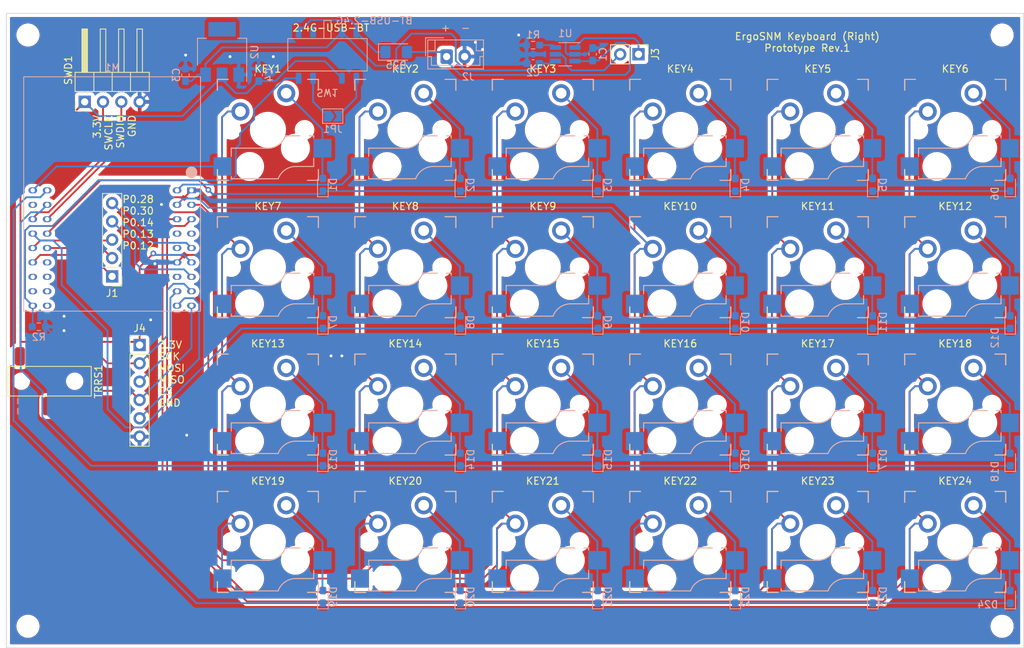
<source format=kicad_pcb>
(kicad_pcb (version 20211014) (generator pcbnew)
  (layers (0 "F.Cu" signal) (31 "B.Cu" signal) (34 "B.Paste" user) (35 "F.Paste" user) (36 "B.SilkS" user "B.Silkscreen") (37 "F.SilkS" user "F.Silkscreen") (38 "B.Mask" user) (39 "F.Mask" user) (44 "Edge.Cuts" user))
  (net 0 "")
  (net 1 "/Vcc_BATT")
  (net 2 "GND")
  (net 3 "/Row_0")
  (net 4 "Net-(D1-Pad2)")
  (net 5 "/Row_1")
  (net 6 "Net-(D2-Pad2)")
  (net 7 "/Row_2")
  (net 8 "Net-(D3-Pad2)")
  (net 9 "/Row_3")
  (net 10 "Net-(D4-Pad2)")
  (net 11 "Net-(D5-Pad2)")
  (net 12 "Net-(D6-Pad2)")
  (net 13 "Net-(D7-Pad2)")
  (net 14 "Net-(D8-Pad2)")
  (net 15 "Net-(D9-Pad2)")
  (net 16 "Net-(D10-Pad2)")
  (net 17 "Net-(D11-Pad2)")
  (net 18 "Net-(D12-Pad2)")
  (net 19 "Net-(D13-Pad2)")
  (net 20 "Net-(D14-Pad2)")
  (net 21 "Net-(D15-Pad2)")
  (net 22 "Net-(D16-Pad2)")
  (net 23 "Net-(D17-Pad2)")
  (net 24 "Net-(D18-Pad2)")
  (net 25 "Net-(D19-Pad2)")
  (net 26 "Net-(D20-Pad2)")
  (net 27 "Net-(D22-Pad2)")
  (net 28 "Net-(D23-Pad2)")
  (net 29 "Net-(D24-Pad2)")
  (net 30 "Net-(J1-Pad1)")
  (net 31 "Net-(J1-Pad2)")
  (net 32 "Net-(J1-Pad3)")
  (net 33 "Net-(J1-Pad4)")
  (net 34 "Net-(J1-Pad5)")
  (net 35 "+3V3")
  (net 36 "/SCK_nRF5")
  (net 37 "/MOSI_nRF5")
  (net 38 "/MISO_nRF5")
  (net 39 "/CS_nRF5")
  (net 40 "Net-(JP1-Pad1)")
  (net 41 "/Vcc_Bluefruit")
  (net 42 "/Col_0")
  (net 43 "/Col_1")
  (net 44 "/Col_2")
  (net 45 "/Col_3")
  (net 46 "/Col_4")
  (net 47 "/Col_5")
  (net 48 "/2.4GHz_Enable")
  (net 49 "Net-(R1-Pad1)")
  (net 54 "Net-(D21-Pad2)")
  (net 55 "Net-(D25-Pad1)")
  (net 56 "Net-(J3-Pad1)")
  (net 57 "Net-(J3-Pad2)")
  (net 68 "Net-(M1-Pad31)")
  (net 69 "Net-(M1-Pad32)")
  (net 71 "/Vin")
  (footprint "MountingHole:MountingHole_2.2mm_M2_DIN965" (layer "F.Cu") (at 62 44)
    (fp_text reference "REF**" hide)
    (fp_text value "MountingHole_2.2mm_M2_DIN965" hide)
  )
  (footprint "key-switches:MX_Switch_Gateron_socket_A" (layer "F.Cu") (at 133.35 57.15)
    (fp_text reference "KEY3")
    (fp_text value "02")
  )
  (footprint "key-switches:MX_Switch_Gateron_socket_A" (layer "F.Cu") (at 152.4 57.15)
    (fp_text reference "KEY4")
    (fp_text value "03")
  )
  (footprint "MountingHole:MountingHole_2.2mm_M2_DIN965" (layer "F.Cu") (at 62 126)
    (fp_text reference "REF**" hide)
    (fp_text value "MountingHole_2.2mm_M2_DIN965" hide)
  )
  (footprint "key-switches:MX_Switch_Gateron_socket_A" (layer "F.Cu") (at 171.45 114.3)
    (fp_text reference "KEY23")
    (fp_text value "34")
  )
  (footprint "key-switches:MX_Switch_Gateron_socket_A" (layer "F.Cu") (at 114.3 76.2)
    (fp_text reference "KEY8")
    (fp_text value "11")
  )
  (footprint "key-switches:MX_Switch_Gateron_socket_A" (layer "F.Cu") (at 95.25 95.25)
    (fp_text reference "KEY13")
    (fp_text value "20")
  )
  (footprint "MountingHole:MountingHole_2.2mm_M2_DIN965" (layer "F.Cu") (at 197 44)
    (fp_text reference "REF**" hide)
    (fp_text value "MountingHole_2.2mm_M2_DIN965" hide)
  )
  (footprint "key-switches:MX_Switch_Gateron_socket_A" (layer "F.Cu") (at 95.25 114.3)
    (fp_text reference "KEY19")
    (fp_text value "30")
  )
  (footprint "key-switches:MX_Switch_Gateron_socket_A" (layer "F.Cu") (at 171.45 95.25)
    (fp_text reference "KEY17")
    (fp_text value "24")
  )
  (footprint "MountingHole:MountingHole_2.2mm_M2_DIN965" (layer "F.Cu") (at 197 126)
    (fp_text reference "REF**" hide)
    (fp_text value "MountingHole_2.2mm_M2_DIN965" hide)
  )
  (footprint "Connector_PinHeader_2.54mm:PinHeader_1x06_P2.54mm_Vertical" (layer "F.Cu") (at 77.47 86.995)
    (fp_text reference "J4")
    (fp_text value "Conn_01x06")
  )
  (footprint "key-switches:MX_Switch_Gateron_socket_A" (layer "F.Cu") (at 114.3 114.3)
    (fp_text reference "KEY20")
    (fp_text value "31")
  )
  (footprint "key-switches:MX_Switch_Gateron_socket_A" (layer "F.Cu") (at 95.25 76.2)
    (fp_text reference "KEY7")
    (fp_text value "10")
  )
  (footprint "key-switches:MX_Switch_Gateron_socket_A" (layer "F.Cu") (at 152.4 76.2)
    (fp_text reference "KEY10")
    (fp_text value "13")
  )
  (footprint "Connector_PinHeader_2.54mm:PinHeader_1x05_P2.54mm_Vertical" (layer "F.Cu") (at 73.66 77.47 180)
    (fp_text reference "J1")
    (fp_text value "Conn_01x05")
  )
  (footprint "key-switches:MX_Switch_Gateron_socket_A" (layer "F.Cu") (at 152.4 114.3)
    (fp_text reference "KEY22")
    (fp_text value "33")
  )
  (footprint "key-switches:MX_Switch_Gateron_socket_A" (layer "F.Cu") (at 190.5 76.2)
    (fp_text reference "KEY12")
    (fp_text value "15")
  )
  (footprint "key-switches:MX_Switch_Gateron_socket_A" (layer "F.Cu") (at 133.35 114.3)
    (fp_text reference "KEY21")
    (fp_text value "32")
  )
  (footprint "Connector_PinHeader_2.54mm:PinHeader_1x02_P2.54mm_Vertical" (layer "F.Cu") (at 146.61 46.67 -90)
    (fp_text reference "J3")
    (fp_text value "Conn_01x02")
  )
  (footprint "key-switches:MX_Switch_Gateron_socket_A" (layer "F.Cu") (at 171.45 76.2)
    (fp_text reference "KEY11")
    (fp_text value "14")
  )
  (footprint "key-switches:MX_Switch_Gateron_socket_A" (layer "F.Cu") (at 190.5 95.25)
    (fp_text reference "KEY18")
    (fp_text value "25")
  )
  (footprint "Connector_PinHeader_2.54mm:PinHeader_1x04_P2.54mm_Horizontal" (layer "F.Cu") (at 69.86 53.27 90)
    (fp_text reference "SWD1")
    (fp_text value "Conn_01x04")
  )
  (footprint "key-switches:MX_Switch_Gateron_socket_A" (layer "F.Cu") (at 95.25 57.15)
    (fp_text reference "KEY1")
    (fp_text value "00")
  )
  (footprint "key-switches:MX_Switch_Gateron_socket_A" (layer "F.Cu") (at 152.4 95.25)
    (fp_text reference "KEY16")
    (fp_text value "23")
  )
  (footprint "key-switches:MX_Switch_Gateron_socket_A" (layer "F.Cu") (at 190.5 114.3)
    (fp_text reference "KEY24")
    (fp_text value "35")
  )
  (footprint "key-switches:MX_Switch_Gateron_socket_A" (layer "F.Cu") (at 114.3 57.15)
    (fp_text reference "KEY2")
    (fp_text value "01")
  )
  (footprint "key-switches:MX_Switch_Gateron_socket_A" (layer "F.Cu") (at 171.45 57.15)
    (fp_text reference "KEY5")
    (fp_text value "04")
  )
  (footprint "key-switches:MX_Switch_Gateron_socket_A" (layer "F.Cu") (at 133.35 95.25)
    (fp_text reference "KEY15")
    (fp_text value "22")
  )
  (footprint "key-switches:MX_Switch_Gateron_socket_A" (layer "F.Cu") (at 133.35 76.2)
    (fp_text reference "KEY9")
    (fp_text value "12")
  )
  (footprint "key-switches:MX_Switch_Gateron_socket_A" (layer "F.Cu") (at 114.3 95.25)
    (fp_text reference "KEY14")
    (fp_text value "21")
  )
  (footprint "key-switches:MX_Switch_Gateron_socket_A" (layer "F.Cu") (at 190.5 57.15)
    (fp_text reference "KEY6")
    (fp_text value "05")
  )
  (footprint "ErgoSNM_Keybaord:PJ-393" (layer "F.Cu") (at 58.971729 95.460872)
    (fp_text reference "TRRS1")
    (fp_text value "PJ-393_TRRS_8P")
  )
  (footprint "Capacitor_SMD:C_0603_1608Metric_Pad1.08x0.95mm_HandSolder" (layer "B.Cu") (at 140.255 46.67 90)
    (fp_text reference "C1")
    (fp_text value "10uF")
  )
  (footprint "Diode_SMD:D_0603_1608Metric_Pad1.05x0.95mm_HandSolder" (layer "B.Cu") (at 179.07 83.82 90)
    (fp_text reference "D11")
    (fp_text value "1N4148")
  )
  (footprint "Diode_SMD:D_0603_1608Metric_Pad1.05x0.95mm_HandSolder" (layer "B.Cu") (at 160.02 64.77 90)
    (fp_text reference "D4")
    (fp_text value "1N4148")
  )
  (footprint "Diode_SMD:D_0603_1608Metric_Pad1.05x0.95mm_HandSolder" (layer "B.Cu") (at 121.92 102.87 90)
    (fp_text reference "D14")
    (fp_text value "1N4148")
  )
  (footprint "Diode_SMD:D_0603_1608Metric_Pad1.05x0.95mm_HandSolder" (layer "B.Cu") (at 198.12 83.82 90)
    (fp_text reference "D12")
    (fp_text value "1N4148")
  )
  (footprint "Diode_SMD:D_0603_1608Metric_Pad1.05x0.95mm_HandSolder" (layer "B.Cu") (at 198.12 102.87 90)
    (fp_text reference "D18")
    (fp_text value "1N4148")
  )
  (footprint "Connector_JST:JST_EH_B2B-EH-A_1x02_P2.50mm_Vertical" (layer "B.Cu") (at 120.015 46.99)
    (fp_text reference "J2")
    (fp_text value "Conn_01x02")
  )
  (footprint "Diode_SMD:D_0603_1608Metric_Pad1.05x0.95mm_HandSolder" (layer "B.Cu") (at 140.97 64.77 90)
    (fp_text reference "D3")
    (fp_text value "1N4148")
  )
  (footprint "Diode_SMD:D_0603_1608Metric_Pad1.05x0.95mm_HandSolder" (layer "B.Cu") (at 160.02 83.82 90)
    (fp_text reference "D10")
    (fp_text value "1N4148")
  )
  (footprint "Diode_SMD:D_0603_1608Metric_Pad1.05x0.95mm_HandSolder" (layer "B.Cu") (at 179.07 64.77 90)
    (fp_text reference "D5")
    (fp_text value "1N4148")
  )
  (footprint "ErgoSNM_Keybaord:MSK-23D20-T" (layer "B.Cu") (at 103.505 46.99)
    (fp_text reference "SW1")
    (fp_text value "SW_2P3T")
  )
  (footprint "Diode_SMD:D_0603_1608Metric_Pad1.05x0.95mm_HandSolder" (layer "B.Cu") (at 198.12 64.77 90)
    (fp_text reference "D6")
    (fp_text value "1N4148")
  )
  (footprint "Diode_SMD:D_0603_1608Metric_Pad1.05x0.95mm_HandSolder" (layer "B.Cu") (at 179.07 102.87 90)
    (fp_text reference "D17")
    (fp_text value "1N4148")
  )
  (footprint "Diode_SMD:D_0603_1608Metric_Pad1.05x0.95mm_HandSolder" (layer "B.Cu") (at 160.02 121.92 90)
    (fp_text reference "D22")
    (fp_text value "1N4148")
  )
  (footprint "Diode_SMD:D_0603_1608Metric_Pad1.05x0.95mm_HandSolder" (layer "B.Cu") (at 198.12 121.92 90)
    (fp_text reference "D24")
    (fp_text value "1N4148")
  )
  (footprint "Diode_SMD:D_1206_3216Metric_Pad1.42x1.75mm_HandSolder" (layer "B.Cu") (at 113.03 46.355)
    (fp_text reference "D25")
    (fp_text value "1N5819")
  )
  (footprint "Diode_SMD:D_0603_1608Metric_Pad1.05x0.95mm_HandSolder" (layer "B.Cu") (at 121.92 121.92 90)
    (fp_text reference "D20")
    (fp_text value "1N4148")
  )
  (footprint "Resistor_SMD:R_0603_1608Metric_Pad0.98x0.95mm_HandSolder" (layer "B.Cu") (at 63.5 84.455)
    (fp_text reference "R2")
    (fp_text value "10k")
  )
  (footprint "Capacitor_SMD:C_0603_1608Metric_Pad1.08x0.95mm_HandSolder" (layer "B.Cu") (at 93.98 49.53 90)
    (fp_text reference "C4")
    (fp_text value "10uF")
  )
  (footprint "Package_TO_SOT_SMD:SOT-23-6_Handsoldering" (layer "B.Cu") (at 136.445 46.67 180)
    (fp_text reference "U1")
    (fp_text value "TP4057")
  )
  (footprint "ErgoSNM_Keybaord:Core51822" (layer "B.Cu") (at 73.66 73.54 -90)
    (fp_text reference "M1")
    (fp_text value "nRF51822_Core_board")
  )
  (footprint "Jumper:SolderJumper-2_P1.3mm_Open_TrianglePad1.0x1.5mm" (layer "B.Cu") (at 104.23 55.245)
    (fp_text reference "JP1")
    (fp_text value "Jumper_2_Bridged")
  )
  (footprint "Diode_SMD:D_0603_1608Metric_Pad1.05x0.95mm_HandSolder" (layer "B.Cu") (at 102.87 64.77 90)
    (fp_text reference "D1")
    (fp_text value "1N4148")
  )
  (footprint "Diode_SMD:D_0603_1608Metric_Pad1.05x0.95mm_HandSolder" (layer "B.Cu") (at 140.97 121.92 90)
    (fp_text reference "D21")
    (fp_text value "1N4148")
  )
  (footprint "Capacitor_SMD:C_0603_1608Metric_Pad1.08x0.95mm_HandSolder" (layer "B.Cu") (at 132 47.94 180)
    (fp_text reference "C2")
    (fp_text value "1uF")
  )
  (footprint "Diode_SMD:D_0603_1608Metric_Pad1.05x0.95mm_HandSolder" (layer "B.Cu") (at 102.87 121.92 90)
    (fp_text reference "D19")
    (fp_text value "1N4148")
  )
  (footprint "Diode_SMD:D_0603_1608Metric_Pad1.05x0.95mm_HandSolder" (layer "B.Cu") (at 179.07 121.92 90)
    (fp_text reference "D23")
    (fp_text value "1N4148")
  )
  (footprint "Diode_SMD:D_0603_1608Metric_Pad1.05x0.95mm_HandSolder" (layer "B.Cu") (at 121.92 83.82 90)
    (fp_text reference "D8")
    (fp_text value "1N4148")
  )
  (footprint "Diode_SMD:D_0603_1608Metric_Pad1.05x0.95mm_HandSolder" (layer "B.Cu") (at 102.87 102.87 90)
    (fp_text reference "D13")
    (fp_text value "1N4148")
  )
  (footprint "Capacitor_SMD:C_0603_1608Metric_Pad1.08x0.95mm_HandSolder" (layer "B.Cu") (at 83.82 49.53 90)
    (fp_text reference "C3")
    (fp_text value "10uF")
  )
  (footprint "Diode_SMD:D_0603_1608Metric_Pad1.05x0.95mm_HandSolder" (layer "B.Cu") (at 121.92 64.77 90)
    (fp_text reference "D2")
    (fp_text value "1N4148")
  )
  (footprint "Package_TO_SOT_SMD:SOT-223" (layer "B.Cu") (at 88.9 46.355 90)
    (fp_text reference "U2")
    (fp_text value "AMS1117-3.3V")
  )
  (footprint "Resistor_SMD:R_0603_1608Metric_Pad0.98x0.95mm_HandSolder" (layer "B.Cu") (at 132 45.4 180)
    (fp_text reference "R1")
    (fp_text value "4.7k")
  )
  (footprint "Diode_SMD:D_0603_1608Metric_Pad1.05x0.95mm_HandSolder" (layer "B.Cu") (at 102.87 83.82 90)
    (fp_text reference "D7")
    (fp_text value "1N4148")
  )
  (footprint "Diode_SMD:D_0603_1608Metric_Pad1.05x0.95mm_HandSolder" (layer "B.Cu") (at 140.97 83.82 90)
    (fp_text reference "D9")
    (fp_text value "1N4148")
  )
  (footprint "Diode_SMD:D_0603_1608Metric_Pad1.05x0.95mm_HandSolder" (layer "B.Cu") (at 160.02 102.87 90)
    (fp_text reference "D16")
    (fp_text value "1N4148")
  )
  (footprint "Diode_SMD:D_0603_1608Metric_Pad1.05x0.95mm_HandSolder" (layer "B.Cu") (at 140.97 102.87 90)
    (fp_text reference "D15")
    (fp_text value "1N4148")
  )
  (gr_rect (start 59 129) (end 200 41) (layer "Edge.Cuts") (width 0.1) (fill none))
  (gr_text "BT-USB-2.4G\n" (at 110 42) (layer "B.SilkS") (effects (font (size 1 1)) (justify mirror)))
  (gr_text "-  +" (at 121.265 43) (layer "B.SilkS") (effects (font (size 1 1)) (justify mirror)))
  (gr_text "3.3V\nSWCLK\nSWDIO\nGND" (at 74 55 90) (layer "F.SilkS") (effects (font (size 1 1)) (justify right)))
  (gr_text "P0.28\nP0.30\nP0.14\nP0.13\nP0.12" (at 75 70) (layer "F.SilkS") (effects (font (size 1 1)) (justify left)))
  (gr_text "2.4G-USB-BT\n" (at 104 43) (layer "F.SilkS") (effects (font (size 1 1))))
  (gr_text "ErgoSNM Keyboard (Right)\nPrototype Rev.1" (at 170 45) (layer "F.SilkS") (effects (font (size 1 1))))
  (gr_text "3.3V\nSCK\nMOSI\nMISO\nCS\nGND" (at 80 91) (layer "F.SilkS") (effects (font (size 1 1)) (justify left)))
  (segment (start 145.415 45.72) (end 145.415 48.895) (width 0.25) (layer "B.Cu") (net 1))
  (segment (start 144.78 45.085) (end 145.415 45.72) (width 0.25) (layer "B.Cu") (net 1))
  (segment (start 121.92 49.53) (end 120.015 47.625) (width 0.25) (layer "B.Cu") (net 1))
  (segment (start 141.0625 47.5325) (end 143.51 45.085) (width 0.25) (layer "B.Cu") (net 1))
  (segment (start 140.1675 47.62) (end 140.255 47.5325) (width 0.25) (layer "B.Cu") (net 1))
  (segment (start 140.255 47.5325) (end 141.0625 47.5325) (width 0.25) (layer "B.Cu") (net 1))
  (segment (start 114.5175 46.355) (end 119.38 46.355) (width 0.25) (layer "B.Cu") (net 1))
  (segment (start 145.415 48.895) (end 144.78 49.53) (width 0.25) (layer "B.Cu") (net 1))
  (segment (start 143.51 45.085) (end 144.78 45.085) (width 0.25) (layer "B.Cu") (net 1))
  (segment (start 144.78 49.53) (end 121.92 49.53) (width 0.25) (layer "B.Cu") (net 1))
  (segment (start 120.015 47.625) (end 120.015 46.99) (width 0.25) (layer "B.Cu") (net 1))
  (segment (start 137.795 47.62) (end 140.1675 47.62) (width 0.25) (layer "B.Cu") (net 1))
  (segment (start 119.38 46.355) (end 120.015 46.99) (width 0.25) (layer "B.Cu") (net 1))
  (segment (start 86.36 69.85) (end 85.09 68.58) (width 0.25) (layer "F.Cu") (net 2))
  (segment (start 83.7 66.5) (end 84.66 65.54) (width 0.25) (layer "F.Cu") (net 2))
  (segment (start 83.7 74.5) (end 85.559626 74.5) (width 0.25) (layer "F.Cu") (net 2))
  (segment (start 61.771729 95.460872) (end 62.335872 95.460872) (width 0.25) (layer "F.Cu") (net 2))
  (segment (start 64.05 99.695) (end 61.771729 97.416729) (width 0.25) (layer "F.Cu") (net 2))
  (segment (start 81.295 67) (end 81.795 66.5) (width 0.25) (layer "F.Cu") (net 2))
  (segment (start 81.915 68.58) (end 81.295 67.96) (width 0.25) (layer "F.Cu") (net 2))
  (segment (start 86.995 66.675) (end 87.63 66.675) (width 0.25) (layer "F.Cu") (net 2))
  (segment (start 88 66.305) (end 88 61) (width 0.25) (layer "F.Cu") (net 2))
  (segment (start 77.47 99.695) (end 64.05 99.695) (width 0.25) (layer "F.Cu") (net 2))
  (segment (start 84.66 65.54) (end 85.86 65.54) (width 0.25) (layer "F.Cu") (net 2))
  (segment (start 88 61) (end 80.27 53.27) (width 0.25) (layer "F.Cu") (net 2))
  (segment (start 86.36 73.699626) (end 86.36 69.85) (width 0.25) (layer "F.Cu") (net 2))
  (segment (start 80.27 53.27) (end 77.48 53.27) (width 0.25) (layer "F.Cu") (net 2))
  (segment (start 85.559626 74.5) (end 86.36 73.699626) (width 0.25) (layer "F.Cu") (net 2))
  (segment (start 82.66 75.54) (end 83.7 74.5) (width 0.25) (layer "F.Cu") (net 2))
  (segment (start 81.795 66.5) (end 83.7 66.5) (width 0.25) (layer "F.Cu") (net 2))
  (segment (start 85.86 65.54) (end 86.995 66.675) (width 0.25) (layer "F.Cu") (net 2))
  (segment (start 87.63 66.675) (end 88 66.305) (width 0.25) (layer "F.Cu") (net 2))
  (segment (start 61.771729 97.416729) (end 61.771729 95.460872) (width 0.25) (layer "F.Cu") (net 2))
  (segment (start 85.09 68.58) (end 81.915 68.58) (width 0.25) (layer "F.Cu") (net 2))
  (segment (start 81.295 67.96) (end 81.295 67) (width 0.25) (layer "F.Cu") (net 2))
  (via (at 90 47) (size 0.8) (drill 0.4) (layers "F.Cu" "B.Cu") (net 2))
  (via (at 96 47) (size 0.8) (drill 0.4) (layers "F.Cu" "B.Cu") (net 2))
  (via (at 80.5 67.5) (size 0.8) (drill 0.4) (layers "F.Cu" "B.Cu") (net 2))
  (via (at 83.847826 46.784778) (size 0.8) (drill 0.4) (layers "F.Cu" "B.Cu") (net 2))
  (via (at 84 99.5) (size 0.8) (drill 0.4) (layers "F.Cu" "B.Cu") (net 2))
  (via (at 67 83) (size 0.8) (drill 0.4) (layers "F.Cu" "B.Cu") (net 2))
  (via (at 125 46) (size 0.8) (drill 0.4) (layers "F.Cu" "B.Cu") (net 2))
  (via (at 130 44) (size 0.8) (drill 0.4) (layers "F.Cu" "B.Cu") (net 2))
  (via (at 79 83.5) (size 0.8) (drill 0.4) (layers "F.Cu" "B.Cu") (net 2))
  (via (at 105.5 88.5) (size 0.8) (drill 0.4) (layers "F.Cu" "B.Cu") (net 2))
  (via (at 104 88.5) (size 0.8) (drill 0.4) (layers "F.Cu" "B.Cu") (net 2))
  (via (at 124 45) (size 0.8) (drill 0.4) (layers "F.Cu" "B.Cu") (net 2))
  (via (at 79.58913 75.710867) (size 0.8) (drill 0.4) (layers "F.Cu" "B.Cu") (net 2))
  (via (at 67 85) (size 0.8) (drill 0.4) (layers "F.Cu" "B.Cu") (net 2))
  (segment (start 140.255 45.8075) (end 139.3925 46.67) (width 0.25) (layer "B.Cu") (net 2))
  (segment (start 131.1375 45.45) (end 131.0875 45.4) (width 0.25) (layer "B.Cu") (net 2))
  (segment (start 137.795 46.67) (end 136.765 46.67) (width 0.25) (layer "B.Cu") (net 2))
  (segment (start 131.0875 44.8075) (end 131.0875 45.4) (width 0.25) (layer "B.Cu") (net 2))
  (segment (start 131.1375 47.94) (end 131.1375 46.6625) (width 0.25) (layer "B.Cu") (net 2))
  (segment (start 92.1 49.505) (end 92.9375 48.6675) (width 0.25) (layer "B.Cu") (net 2))
  (segment (start 122.515 46.99) (end 130.81 46.99) (width 0.25) (layer "B.Cu") (net 2))
  (segment (start 139.3925 46.67) (end 137.795 46.67) (width 0.25) (layer "B.Cu") (net 2))
  (segment (start 130.81 46.99) (end 131.1375 46.6625) (width 0.25) (layer "B.Cu") (net 2))
  (segment (start 131.0875 45.4425) (end 131.0875 45.4) (width 0.25) (layer "B.Cu") (net 2))
  (segment (start 92.9375 48.6675) (end 93.98 48.6675) (width 0.25) (layer "B.Cu") (net 2))
  (segment (start 136.765 46.67) (end 136.525 46.43) (width 0.25) (layer "B.Cu") (net 2))
  (segment (start 136.525 46.43) (end 136.525 45.085) (width 0.25) (layer "B.Cu") (net 2))
  (segment (start 71.695 99.695) (end 77.47 99.695) (width 0.25) (layer "B.Cu") (net 2))
  (segment (start 136.525 45.085) (end 135.255 43.815) (width 0.25) (layer "B.Cu") (net 2))
  (segment (start 135.255 43.815) (end 132.08 43.815) (width 0.25) (layer "B.Cu") (net 2))
  (segment (start 82.0825 48.6675) (end 83.82 48.6675) (width 0.25) (layer "B.Cu") (net 2))
  (segment (start 77.48 53.27) (end 82.0825 48.6675) (width 0.25) (layer "B.Cu") (net 2))
  (segment (start 70.485 90.5275) (end 70.485 98.485) (width 0.25) (layer "B.Cu") (net 2))
  (segment (start 131.1375 46.6625) (end 131.1375 45.45) (width 0.25) (layer "B.Cu") (net 2))
  (segment (start 132.08 43.815) (end 131.0875 44.8075) (width 0.25) (layer "B.Cu") (net 2))
  (segment (start 64.4125 84.455) (end 70.485 90.5275) (width 0.25) (layer "B.Cu") (net 2))
  (segment (start 91.2 49.505) (end 92.1 49.505) (width 0.25) (layer "B.Cu") (net 2))
  (segment (start 70.485 98.485) (end 71.695 99.695) (width 0.25) (layer "B.Cu") (net 2))
  (segment (start 72.065 64.135) (end 64.66 71.54) (width 0.25) (layer "F.Cu") (net 3))
  (segment (start 85.66098 64.135) (end 72.065 64.135) (width 0.25) (layer "F.Cu") (net 3))
  (segment (start 86.995 65.46902) (end 85.66098 64.135) (width 0.25) (layer "F.Cu") (net 3))
  (via (at 86.995 65.46902) (size 0.8) (drill 0.4) (layers "F.Cu" "B.Cu") (net 3))
  (segment (start 86.995 65.46902) (end 87.56598 66.04) (width 0.25) (layer "B.Cu") (net 3))
  (segment (start 102.475 66.04) (end 102.87 65.645) (width 0.25) (layer "B.Cu") (net 3))
  (segment (start 198.12 65.645) (end 102.87 65.645) (width 0.25) (layer "B.Cu") (net 3))
  (segment (start 87.56598 66.04) (end 102.475 66.04) (width 0.25) (layer "B.Cu") (net 3))
  (segment (start 97.79 52.07) (end 102.81 57.09) (width 0.25) (layer "B.Cu") (net 4))
  (segment (start 102.81 63.835) (end 102.87 63.895) (width 0.25) (layer "B.Cu") (net 4))
  (segment (start 102.81 59.69) (end 102.81 63.835) (width 0.25) (layer "B.Cu") (net 4))
  (segment (start 102.81 57.09) (end 102.81 59.69) (width 0.25) (layer "B.Cu") (net 4))
  (segment (start 77.861369 98.424641) (end 75.564641 98.424641) (width 0.25) (layer "B.Cu") (net 5))
  (segment (start 66.675 78.675) (end 66.675 73.66) (width 0.25) (layer "B.Cu") (net 5))
  (segment (start 66.675 73.66) (end 65.515 72.5) (width 0.25) (layer "B.Cu") (net 5))
  (segment (start 73.025 85.025) (end 66.675 78.675) (width 0.25) (layer "B.Cu") (net 5))
  (segment (start 73.025 95.885) (end 73.025 85.025) (width 0.25) (layer "B.Cu") (net 5))
  (segment (start 65.515 72.5) (end 63.62 72.5) (width 0.25) (layer "B.Cu") (net 5))
  (segment (start 198.12 84.695) (end 102.87 84.695) (width 0.25) (layer "B.Cu") (net 5))
  (segment (start 102.87 84.695) (end 91.59101 84.695) (width 0.25) (layer "B.Cu") (net 5))
  (segment (start 63.62 72.5) (end 62.66 71.54) (width 0.25) (layer "B.Cu") (net 5))
  (segment (start 75.564641 98.424641) (end 73.025 95.885) (width 0.25) (layer "B.Cu") (net 5))
  (segment (start 91.59101 84.695) (end 77.861369 98.424641) (width 0.25) (layer "B.Cu") (net 5))
  (segment (start 121.86 63.835) (end 121.92 63.895) (width 0.25) (layer "B.Cu") (net 6))
  (segment (start 121.86 59.69) (end 121.86 63.835) (width 0.25) (layer "B.Cu") (net 6))
  (segment (start 116.84 52.07) (end 121.86 57.09) (width 0.25) (layer "B.Cu") (net 6))
  (segment (start 121.86 57.09) (end 121.86 59.69) (width 0.25) (layer "B.Cu") (net 6))
  (segment (start 61 69.975374) (end 62.395374 68.58) (width 0.25) (layer "B.Cu") (net 7))
  (segment (start 64 97) (end 64 93.41954) (width 0.25) (layer "B.Cu") (net 7))
  (segment (start 70.745 103.745) (end 64 97) (width 0.25) (layer "B.Cu") (net 7))
  (segment (start 102.87 103.745) (end 70.745 103.745) (width 0.25) (layer "B.Cu") (net 7))
  (segment (start 61 90.41954) (end 61 69.975374) (width 0.25) (layer "B.Cu") (net 7))
  (segment (start 198.12 103.745) (end 102.87 103.745) (width 0.25) (layer "B.Cu") (net 7))
  (segment (start 63.62 68.58) (end 64.66 67.54) (width 0.25) (layer "B.Cu") (net 7))
  (segment (start 64 93.41954) (end 61 90.41954) (width 0.25) (layer "B.Cu") (net 7))
  (segment (start 62.395374 68.58) (end 63.62 68.58) (width 0.25) (layer "B.Cu") (net 7))
  (segment (start 135.89 52.07) (end 140.91 57.09) (width 0.25) (layer "B.Cu") (net 8))
  (segment (start 140.91 59.69) (end 140.91 63.835) (width 0.25) (layer "B.Cu") (net 8))
  (segment (start 140.91 57.09) (end 140.91 59.69) (width 0.25) (layer "B.Cu") (net 8))
  (segment (start 140.91 63.835) (end 140.97 63.895) (width 0.25) (layer "B.Cu") (net 8))
  (segment (start 59.997208 97.462208) (end 59.997208 91.56579) (width 0.25) (layer "B.Cu") (net 9))
  (segment (start 59.997208 91.56579) (end 60 91.562998) (width 0.25) (layer "B.Cu") (net 9))
  (segment (start 63.7 66.5) (end 64.66 65.54) (width 0.25) (layer "B.Cu") (net 9))
  (segment (start 60 91.562998) (end 60 68.27) (width 0.25) (layer "B.Cu") (net 9))
  (segment (start 61.77 66.5) (end 63.7 66.5) (width 0.25) (layer "B.Cu") (net 9))
  (segment (start 60 68.27) (end 61.77 66.5) (width 0.25) (layer "B.Cu") (net 9))
  (segment (start 85.33 122.795) (end 59.997208 97.462208) (width 0.25) (layer "B.Cu") (net 9))
  (segment (start 102.87 122.795) (end 85.33 122.795) (width 0.25) (layer "B.Cu") (net 9))
  (segment (start 198.12 122.795) (end 102.87 122.795) (width 0.25) (layer "B.Cu") (net 9))
  (segment (start 159.96 57.09) (end 159.96 59.69) (width 0.25) (layer "B.Cu") (net 10))
  (segment (start 154.94 52.07) (end 159.96 57.09) (width 0.25) (layer "B.Cu") (net 10))
  (segment (start 159.96 59.69) (end 159.96 63.835) (width 0.25) (layer "B.Cu") (net 10))
  (segment (start 159.96 63.835) (end 160.02 63.895) (width 0.25) (layer "B.Cu") (net 10))
  (segment (start 179.07 63.895) (end 179.01 63.835) (width 0.25) (layer "B.Cu") (net 11))
  (segment (start 179.01 63.835) (end 179.01 59.69) (width 0.25) (layer "B.Cu") (net 11))
  (segment (start 179.01 57.09) (end 179.01 59.69) (width 0.25) (layer "B.Cu") (net 11))
  (segment (start 173.99 52.07) (end 179.01 57.09) (width 0.25) (layer "B.Cu") (net 11))
  (segment (start 198.06 63.835) (end 198.12 63.895) (width 0.25) (layer "B.Cu") (net 12))
  (segment (start 198.06 59.69) (end 198.06 63.835) (width 0.25) (layer "B.Cu") (net 12))
  (segment (start 198.06 57.09) (end 198.06 59.69) (width 0.25) (layer "B.Cu") (net 12))
  (segment (start 193.04 52.07) (end 198.06 57.09) (width 0.25) (layer "B.Cu") (net 12))
  (segment (start 102.81 76.14) (end 102.81 78.74) (width 0.25) (layer "B.Cu") (net 13))
  (segment (start 102.81 82.885) (end 102.87 82.945) (width 0.25) (layer "B.Cu") (net 13))
  (segment (start 97.79 71.12) (end 102.81 76.14) (width 0.25) (layer "B.Cu") (net 13))
  (segment (start 102.81 78.74) (end 102.81 82.885) (width 0.25) (layer "B.Cu") (net 13))
  (segment (start 116.84 71.12) (end 121.86 76.14) (width 0.25) (layer "B.Cu") (net 14))
  (segment (start 121.86 82.885) (end 121.92 82.945) (width 0.25) (layer "B.Cu") (net 14))
  (segment (start 121.86 78.74) (end 121.86 82.885) (width 0.25) (layer "B.Cu") (net 14))
  (segment (start 121.86 76.14) (end 121.86 78.74) (width 0.25) (layer "B.Cu") (net 14))
  (segment (start 140.91 76.14) (end 140.91 78.74) (width 0.25) (layer "B.Cu") (net 15))
  (segment (start 140.91 78.74) (end 140.91 82.885) (width 0.25) (layer "B.Cu") (net 15))
  (segment (start 135.89 71.12) (end 140.91 76.14) (width 0.25) (layer "B.Cu") (net 15))
  (segment (start 140.91 82.885) (end 140.97 82.945) (width 0.25) (layer "B.Cu") (net 15))
  (segment (start 159.96 82.885) (end 160.02 82.945) (width 0.25) (layer "B.Cu") (net 16))
  (segment (start 159.96 76.14) (end 159.96 78.74) (width 0.25) (layer "B.Cu") (net 16))
  (segment (start 154.94 71.12) (end 159.96 76.14) (width 0.25) (layer "B.Cu") (net 16))
  (segment (start 159.96 78.74) (end 159.96 82.885) (width 0.25) (layer "B.Cu") (net 16))
  (segment (start 179.01 78.74) (end 179.01 82.885) (width 0.25) (layer "B.Cu") (net 17))
  (segment (start 173.99 71.12) (end 179.01 76.14) (width 0.25) (layer "B.Cu") (net 17))
  (segment (start 179.01 76.14) (end 179.01 78.74) (width 0.25) (layer "B.Cu") (net 17))
  (segment (start 179.01 82.885) (end 179.07 82.945) (width 0.25) (layer "B.Cu") (net 17))
  (segment (start 198.06 82.885) (end 198.12 82.945) (width 0.25) (layer "B.Cu") (net 18))
  (segment (start 198.06 78.74) (end 198.06 82.885) (width 0.25) (layer "B.Cu") (net 18))
  (segment (start 198.06 76.14) (end 198.06 78.74) (width 0.25) (layer "B.Cu") (net 18))
  (segment (start 193.04 71.12) (end 198.06 76.14) (width 0.25) (layer "B.Cu") (net 18))
  (segment (start 102.81 95.19) (end 102.81 97.79) (width 0.25) (layer "B.Cu") (net 19))
  (segment (start 102.81 97.79) (end 102.81 101.935) (width 0.25) (layer "B.Cu") (net 19))
  (segment (start 97.79 90.17) (end 102.81 95.19) (width 0.25) (layer "B.Cu") (net 19))
  (segment (start 102.81 101.935) (end 102.87 101.995) (width 0.25) (layer "B.Cu") (net 19))
  (segment (start 121.86 95.19) (end 121.86 97.79) (width 0.25) (layer "B.Cu") (net 20))
  (segment (start 121.86 101.935) (end 121.92 101.995) (width 0.25) (layer "B.Cu") (net 20))
  (segment (start 121.86 97.79) (end 121.86 101.935) (width 0.25) (layer "B.Cu") (net 20))
  (segment (start 116.84 90.17) (end 121.86 95.19) (width 0.25) (layer "B.Cu") (net 20))
  (segment (start 140.91 97.79) (end 140.91 101.935) (width 0.25) (layer "B.Cu") (net 21))
  (segment (start 140.91 101.935) (end 140.97 101.995) (width 0.25) (layer "B.Cu") (net 21))
  (segment (start 140.91 95.19) (end 140.91 97.79) (width 0.25) (layer "B.Cu") (net 21))
  (segment (start 135.89 90.17) (end 140.91 95.19) (width 0.25) (layer "B.Cu") (net 21))
  (segment (start 159.96 97.79) (end 159.96 101.935) (width 0.25) (layer "B.Cu") (net 22))
  (segment (start 154.94 90.17) (end 159.96 95.19) (width 0.25) (layer "B.Cu") (net 22))
  (segment (start 159.96 95.19) (end 159.96 97.79) (width 0.25) (layer "B.Cu") (net 22))
  (segment (start 159.96 101.935) (end 160.02 101.995) (width 0.25) (layer "B.Cu") (net 22))
  (segment (start 179.01 97.79) (end 179.01 101.935) (width 0.25) (layer "B.Cu") (net 23))
  (segment (start 179.01 95.19) (end 179.01 97.79) (width 0.25) (layer "B.Cu") (net 23))
  (segment (start 173.99 90.17) (end 179.01 95.19) (width 0.25) (layer "B.Cu") (net 23))
  (segment (start 179.01 101.935) (end 179.07 101.995) (width 0.25) (layer "B.Cu") (net 23))
  (segment (start 198.06 97.79) (end 198.06 101.935) (width 0.25) (layer "B.Cu") (net 24))
  (segment (start 198.06 95.19) (end 198.06 97.79) (width 0.25) (layer "B.Cu") (net 24))
  (segment (start 198.06 101.935) (end 198.12 101.995) (width 0.25) (layer "B.Cu") (net 24))
  (segment (start 193.04 90.17) (end 198.06 95.19) (width 0.25) (layer "B.Cu") (net 24))
  (segment (start 102.81 116.84) (end 102.81 120.985) (width 0.25) (layer "B.Cu") (net 25))
  (segment (start 102.81 120.985) (end 102.87 121.045) (width 0.25) (layer "B.Cu") (net 25))
  (segment (start 97.79 109.22) (end 102.81 114.24) (width 0.25) (layer "B.Cu") (net 25))
  (segment (start 102.81 114.24) (end 102.81 116.84) (width 0.25) (layer "B.Cu") (net 25))
  (segment (start 121.86 116.84) (end 121.86 120.985) (width 0.25) (layer "B.Cu") (net 26))
  (segment (start 116.84 109.22) (end 121.86 114.24) (width 0.25) (layer "B.Cu") (net 26))
  (segment (start 121.86 114.24) (end 121.86 116.84) (width 0.25) (layer "B.Cu") (net 26))
  (segment (start 121.86 120.985) (end 121.92 121.045) (width 0.25) (layer "B.Cu") (net 26))
  (segment (start 154.94 109.22) (end 159.96 114.24) (width 0.25) (layer "B.Cu") (net 27))
  (segment (start 159.96 116.84) (end 159.96 120.985) (width 0.25) (layer "B.Cu") (net 27))
  (segment (start 159.96 114.24) (end 159.96 116.84) (width 0.25) (layer "B.Cu") (net 27))
  (segment (start 159.96 120.985) (end 160.02 121.045) (width 0.25) (layer "B.Cu") (net 27))
  (segment (start 179.01 114.24) (end 179.01 116.84) (width 0.25) (layer "B.Cu") (net 28))
  (segment (start 179.01 120.985) (end 179.07 121.045) (width 0.25) (layer "B.Cu") (net 28))
  (segment (start 173.99 109.22) (end 179.01 114.24) (width 0.25) (layer "B.Cu") (net 28))
  (segment (start 179.01 116.84) (end 179.01 120.985) (width 0.25) (layer "B.Cu") (net 28))
  (segment (start 193.04 109.22) (end 198.06 114.24) (width 0.25) (layer "B.Cu") (net 29))
  (segment (start 198.06 120.985) (end 198.12 121.045) (width 0.25) (layer "B.Cu") (net 29))
  (segment (start 198.06 116.84) (end 198.06 120.985) (width 0.25) (layer "B.Cu") (net 29))
  (segment (start 198.06 114.24) (end 198.06 116.84) (width 0.25) (layer "B.Cu") (net 29))
  (segment (start 62.66 75.54) (end 63.7 74.5) (width 0.25) (layer "F.Cu") (net 30))
  (segment (start 63.7 74.5) (end 70.69 74.5) (width 0.25) (layer "F.Cu") (net 30))
  (segment (start 70.69 74.5) (end 73.66 77.47) (width 0.25) (layer "F.Cu") (net 30))
  (segment (start 64.66 73.54) (end 72.27 73.54) (width 0.25) (layer "F.Cu") (net 31))
  (segment (start 72.27 73.54) (end 73.66 74.93) (width 0.25) (layer "F.Cu") (net 31))
  (segment (start 62.66 73.54) (end 63.7 72.5) (width 0.25) (layer "F.Cu") (net 32))
  (segment (start 63.7 72.5) (end 73.55 72.5) (width 0.25) (layer "F.Cu") (net 32))
  (segment (start 73.55 72.5) (end 73.66 72.39) (width 0.25) (layer "F.Cu") (net 32))
  (segment (start 77.77 76.5) (end 76.835 75.565) (width 0.25) (layer "B.Cu") (net 33))
  (segment (start 76.835 73.025) (end 73.66 69.85) (width 0.25) (layer "B.Cu") (net 33))
  (segment (start 76.835 75.565) (end 76.835 73.025) (width 0.25) (layer "B.Cu") (net 33))
  (segment (start 83.62 76.5) (end 77.77 76.5) (width 0.25) (layer "B.Cu") (net 33))
  (segment (start 84.66 77.54) (end 83.62 76.5) (width 0.25) (layer "B.Cu") (net 33))
  (segment (start 73.66 67.31) (end 79.16548 72.81548) (width 0.25) (layer "B.Cu") (net 34))
  (segment (start 79.16548 72.81548) (end 83.93548 72.81548) (width 0.25) (layer "B.Cu") (net 34))
  (segment (start 83.93548 72.81548) (end 84.66 73.54) (width 0.25) (layer "B.Cu") (net 34))
  (segment (start 60.96 86.55) (end 60.96 62.17) (width 0.25) (layer "F.Cu") (net 35))
  (segment (start 79.375 74.295) (end 77.47 76.2) (width 0.25) (layer "F.Cu") (net 35))
  (segment (start 60.96 62.17) (end 69.86 53.27) (width 0.25) (layer "F.Cu") (net 35))
  (segment (start 77.47 76.2) (end 77.47 86.995) (width 0.25) (layer "F.Cu") (net 35))
  (segment (start 77.025 86.55) (end 60.96 86.55) (width 0.25) (layer "F.Cu") (net 35))
  (segment (start 60.96 88.472601) (end 60.871729 88.560872) (width 0.25) (layer "F.Cu") (net 35))
  (segment (start 60.96 86.55) (end 60.96 88.472601) (width 0.25) (layer "F.Cu") (net 35))
  (segment (start 77.47 86.995) (end 77.025 86.55) (width 0.25) (layer "F.Cu") (net 35))
  (via (at 79.375 74.295) (size 0.8) (drill 0.4) (layers "F.Cu" "B.Cu") (net 35))
  (segment (start 93.98 50.3925) (end 96.2925 50.3925) (width 0.25) (layer "B.Cu") (net 35))
  (segment (start 90.805 52.07) (end 92.3025 52.07) (width 0.25) (layer "B.Cu") (net 35))
  (segment (start 88.9 49.505) (end 88.9 49.755) (width 0.25) (layer "B.Cu") (net 35))
  (segment (start 99.06 47.625) (end 103.14 47.625) (width 0.25) (layer "B.Cu") (net 35))
  (segment (start 88.9 49.755) (end 83.41 55.245) (width 0.25) (layer "B.Cu") (net 35))
  (segment (start 71.835 55.245) (end 69.86 53.27) (width 0.25) (layer "B.Cu") (net 35))
  (segment (start 83.62 74.5) (end 79.58 74.5) (width 0.25) (layer "B.Cu") (net 35))
  (segment (start 84.66 75.54) (end 83.62 74.5) (width 0.25) (layer "B.Cu") (net 35))
  (segment (start 92.3025 52.07) (end 93.98 50.3925) (width 0.25) (layer "B.Cu") (net 35))
  (segment (start 79.58 74.5) (end 79.375 74.295) (width 0.25) (layer "B.Cu") (net 35))
  (segment (start 88.9 49.505) (end 88.9 50.165) (width 0.25) (layer "B.Cu") (net 35))
  (segment (start 83.41 55.245) (end 71.835 55.245) (width 0.25) (layer "B.Cu") (net 35))
  (segment (start 88.9 50.165) (end 90.805 52.07) (width 0.25) (layer "B.Cu") (net 35))
  (segment (start 96.2925 50.3925) (end 99.06 47.625) (width 0.25) (layer "B.Cu") (net 35))
  (segment (start 103.14 47.625) (end 105.505 49.99) (width 0.25) (layer "B.Cu") (net 35))
  (segment (start 67.771729 88.560872) (end 67.835857 88.625) (width 0.25) (layer "F.Cu") (net 36))
  (segment (start 72.115 88.625) (end 73.025 89.535) (width 0.25) (layer "F.Cu") (net 36))
  (segment (start 73.025 89.535) (end 77.47 89.535) (width 0.25) (layer "F.Cu") (net 36))
  (segment (start 77.47 89.535) (end 78.105 89.535) (width 0.25) (layer "F.Cu") (net 36))
  (segment (start 67.835857 88.625) (end 72.115 88.625) (width 0.25) (layer "F.Cu") (net 36))
  (segment (start 83.62 78.5) (end 84.66 79.54) (width 0.25) (layer "B.Cu") (net 36))
  (segment (start 81.28 85.725) (end 81.28 79.375) (width 0.25) (layer "B.Cu") (net 36))
  (segment (start 82.155 78.5) (end 83.62 78.5) (width 0.25) (layer "B.Cu") (net 36))
  (segment (start 81.28 79.375) (end 82.155 78.5) (width 0.25) (layer "B.Cu") (net 36))
  (segment (start 77.47 89.535) (end 81.28 85.725) (width 0.25) (layer "B.Cu") (net 36))
  (segment (start 82.66 79.54) (end 81.73548 80.46452) (width 0.25) (layer "B.Cu") (net 37))
  (segment (start 81.73548 87.80952) (end 77.47 92.075) (width 0.25) (layer "B.Cu") (net 37))
  (segment (start 81.73548 80.46452) (end 81.73548 87.80952) (width 0.25) (layer "B.Cu") (net 37))
  (segment (start 67.621729 94.938271) (end 69.215 93.345) (width 0.25) (layer "F.Cu") (net 38))
  (segment (start 67.685857 95.525) (end 67.621729 95.460872) (width 0.25) (layer "F.Cu") (net 38))
  (segment (start 76.2 93.345) (end 77.47 94.615) (width 0.25) (layer "F.Cu") (net 38))
  (segment (start 69.215 93.345) (end 76.2 93.345) (width 0.25) (layer "F.Cu") (net 38))
  (segment (start 67.621729 95.460872) (end 67.621729 94.938271) (width 0.25) (layer "F.Cu") (net 38))
  (segment (start 84.66 87.425) (end 77.47 94.615) (width 0.25) (layer "B.Cu") (net 38))
  (segment (start 84.66 81.54) (end 84.66 87.425) (width 0.25) (layer "B.Cu") (net 38))
  (segment (start 77.47 97.155) (end 85.725 88.9) (width 0.25) (layer "B.Cu") (net 39))
  (segment (start 84.945 80.5) (end 83.7 80.5) (width 0.25) (layer "B.Cu") (net 39))
  (segment (start 85.725 88.9) (end 85.725 81.28) (width 0.25) (layer "B.Cu") (net 39))
  (segment (start 85.725 81.28) (end 84.945 80.5) (width 0.25) (layer "B.Cu") (net 39))
  (segment (start 83.7 80.5) (end 82.66 81.54) (width 0.25) (layer "B.Cu") (net 39))
  (segment (start 101.505 49.99) (end 101.505 53.245) (width 0.25) (layer "B.Cu") (net 40))
  (segment (start 101.505 53.245) (end 103.505 55.245) (width 0.25) (layer "B.Cu") (net 40))
  (segment (start 104.955 55.245) (end 107.505 52.695) (width 0.25) (layer "B.Cu") (net 41))
  (segment (start 107.505 52.695) (end 107.505 49.99) (width 0.25) (layer "B.Cu") (net 41))
  (segment (start 88.9 93.483223) (end 88.9 109.22) (width 0.25) (layer "F.Cu") (net 42))
  (segment (start 88.9 109.22) (end 91.44 111.76) (width 0.25) (layer "F.Cu") (net 42))
  (segment (start 88.9 90.17) (end 91.44 92.71) (width 0.25) (layer "F.Cu") (net 42))
  (segment (start 89.673223 73.66) (end 88.9 74.433223) (width 0.25) (layer "F.Cu") (net 42))
  (segment (start 89.673223 92.71) (end 88.9 93.483223) (width 0.25) (layer "F.Cu") (net 42))
  (segment (start 88.9 74.433223) (end 88.9 90.17) (width 0.25) (layer "F.Cu") (net 42))
  (segment (start 88.9 71.12) (end 91.44 73.66) (width 0.25) (layer "F.Cu") (net 42))
  (segment (start 91.44 92.71) (end 89.673223 92.71) (width 0.25) (layer "F.Cu") (net 42))
  (segment (start 91.44 73.66) (end 89.673223 73.66) (width 0.25) (layer "F.Cu") (net 42))
  (segment (start 89.673223 54.61) (end 88.9 55.383223) (width 0.25) (layer "F.Cu") (net 42))
  (segment (start 91.44 54.61) (end 89.673223 54.61) (width 0.25) (layer "F.Cu") (net 42))
  (segment (start 88.9 55.383223) (end 88.9 71.12) (width 0.25) (layer "F.Cu") (net 42))
  (segment (start 89.673223 73.66) (end 88.9 74.433223) (width 0.25) (layer "B.Cu") (net 42))
  (segment (start 89.673223 111.76) (end 88.9 112.533223) (width 0.25) (layer "B.Cu") (net 42))
  (segment (start 89.673223 54.61) (end 88.9 55.383223) (width 0.25) (layer "B.Cu") (net 42))
  (segment (start 91.44 111.76) (end 89.673223 111.76) (width 0.25) (layer "B.Cu") (net 42))
  (segment (start 65.97 62.23) (end 88.96 62.23) (width 0.25) (layer "B.Cu") (net 42))
  (segment (start 88.944579 100.314579) (end 88.96 100.33) (width 0.25) (layer "B.Cu") (net 42))
  (segment (start 88.9 55.383223) (end 88.9 62.17) (width 0.25) (layer "B.Cu") (net 42))
  (segment (start 88.9 81.22) (end 88.96 81.28) (width 0.25) (layer "B.Cu") (net 42))
  (segment (start 88.9 74.433223) (end 88.9 81.22) (width 0.25) (layer "B.Cu") (net 42))
  (segment (start 91.44 54.61) (end 89.673223 54.61) (width 0.25) (layer "B.Cu") (net 42))
  (segment (start 89.673223 92.71) (end 88.944579 93.438644) (width 0.25) (layer "B.Cu") (net 42))
  (segment (start 88.9 119.32) (end 88.96 119.38) (width 0.25) (layer "B.Cu") (net 42))
  (segment (start 88.9 62.17) (end 88.96 62.23) (width 0.25) (layer "B.Cu") (net 42))
  (segment (start 91.44 73.66) (end 89.673223 73.66) (width 0.25) (layer "B.Cu") (net 42))
  (segment (start 88.944579 93.438644) (end 88.944579 100.314579) (width 0.25) (layer "B.Cu") (net 42))
  (segment (start 88.9 112.533223) (end 88.9 119.32) (width 0.25) (layer "B.Cu") (net 42))
  (segment (start 62.66 65.54) (end 65.97 62.23) (width 0.25) (layer "B.Cu") (net 42))
  (segment (start 91.44 92.71) (end 89.673223 92.71) (width 0.25) (layer "B.Cu") (net 42))
  (segment (start 107.928694 71.098694) (end 110.49 73.66) (width 0.25) (layer "F.Cu") (net 43))
  (segment (start 107.994579 90.214579) (end 110.49 92.71) (width 0.25) (layer "F.Cu") (net 43))
  (segment (start 110.49 92.71) (end 108.723223 92.71) (width 0.25) (layer "F.Cu") (net 43))
  (segment (start 108.723223 73.66) (end 107.994579 74.388644) (width 0.25) (layer "F.Cu") (net 43))
  (segment (start 110.49 73.66) (end 108.723223 73.66) (width 0.25) (layer "F.Cu") (net 43))
  (segment (start 110.49 54.61) (end 108.696519 54.61) (width 0.25) (layer "F.Cu") (net 43))
  (segment (start 107.95 93.483223) (end 107.95 109.22) (width 0.25) (layer "F.Cu") (net 43))
  (segment (start 107.95 109.22) (end 110.49 111.76) (width 0.25) (layer "F.Cu") (net 43))
  (segment (start 107.928694 55.377825) (end 107.928694 71.098694) (width 0.25) (layer "F.Cu") (net 43))
  (segment (start 108.723223 92.71) (end 107.95 93.483223) (width 0.25) (layer "F.Cu") (net 43))
  (segment (start 108.696519 54.61) (end 107.928694 55.377825) (width 0.25) (layer "F.Cu") (net 43))
  (segment (start 107.994579 74.388644) (end 107.994579 90.214579) (width 0.25) (layer "F.Cu") (net 43))
  (segment (start 110.49 92.71) (end 108.723223 92.71) (width 0.25) (layer "B.Cu") (net 43))
  (segment (start 105.49548 64.74452) (end 108.01 62.23) (width 0.25) (layer "B.Cu") (net 43))
  (segment (start 110.49 73.66) (end 108.723223 73.66) (width 0.25) (layer "B.Cu") (net 43))
  (segment (start 107.994579 93.438644) (end 107.994579 100.314579) (width 0.25) (layer "B.Cu") (net 43))
  (segment (start 82.66 65.54) (end 83.45548 64.74452) (width 0.25) (layer "B.Cu") (net 43))
  (segment (start 107.95 112.533223) (end 107.95 119.32) (width 0.25) (layer "B.Cu") (net 43))
  (segment (start 108.723223 54.61) (end 107.95 55.383223) (width 0.25) (layer "B.Cu") (net 43))
  (segment (start 108.723223 92.71) (end 107.994579 93.438644) (width 0.25) (layer "B.Cu") (net 43))
  (segment (start 108.723223 73.66) (end 107.994579 74.388644) (width 0.25) (layer "B.Cu") (net 43))
  (segment (start 107.95 119.32) (end 108.01 119.38) (width 0.25) (layer "B.Cu") (net 43))
  (segment (start 110.49 111.76) (end 108.723223 111.76) (width 0.25) (layer "B.Cu") (net 43))
  (segment (start 83.45548 64.74452) (end 105.49548 64.74452) (width 0.25) (layer "B.Cu") (net 43))
  (segment (start 107.95 55.383223) (end 107.95 62.17) (width 0.25) (layer "B.Cu") (net 43))
  (segment (start 107.95 62.17) (end 108.01 62.23) (width 0.25) (layer "B.Cu") (net 43))
  (segment (start 107.994579 74.388644) (end 107.994579 81.264579) (width 0.25) (layer "B.Cu") (net 43))
  (segment (start 107.994579 81.264579) (end 108.01 81.28) (width 0.25) (layer "B.Cu") (net 43))
  (segment (start 110.49 54.61) (end 108.723223 54.61) (width 0.25) (layer "B.Cu") (net 43))
  (segment (start 107.994579 100.314579) (end 108.01 100.33) (width 0.25) (layer "B.Cu") (net 43))
  (segment (start 108.723223 111.76) (end 107.95 112.533223) (width 0.25) (layer "B.Cu") (net 43))
  (segment (start 86.995 114.935) (end 88.9 116.84) (width 0.25) (layer "F.Cu") (net 44))
  (segment (start 127.773223 73.66) (end 127 74.433223) (width 0.25) (layer "F.Cu") (net 44))
  (segment (start 127.773223 92.71) (end 127 93.483223) (width 0.25) (layer "F.Cu") (net 44))
  (segment (start 127 93.483223) (end 127 109.22) (width 0.25) (layer "F.Cu") (net 44))
  (segment (start 107.95 119.38) (end 109.855 117.475) (width 0.25) (layer "F.Cu") (net 44))
  (segment (start 127 112.395) (end 127.635 111.76) (width 0.25) (layer "F.Cu") (net 44))
  (segment (start 127 71.12) (end 129.54 73.66) (width 0.25) (layer "F.Cu") (net 44))
  (segment (start 127 117.475) (end 127 112.395) (width 0.25) (layer "F.Cu") (net 44))
  (segment (start 88.9 116.84) (end 95.885 116.84) (width 0.25) (layer "F.Cu") (net 44))
  (segment (start 127.635 111.76) (end 129.54 111.76) (width 0.25) (layer "F.Cu") (net 44))
  (segment (start 95.885 116.84) (end 98.425 119.38) (width 0.25) (layer "F.Cu") (net 44))
  (segment (start 127 109.22) (end 129.54 111.76) (width 0.25) (layer "F.Cu") (net 44))
  (segment (start 127.773223 54.61) (end 127 55.383223) (width 0.25) (layer "F.Cu") (net 44))
  (segment (start 129.54 73.66) (end 127.773223 73.66) (width 0.25) (layer "F.Cu") (net 44))
  (segment (start 85.955 67.54) (end 86.995 68.58) (width 0.25) (layer "F.Cu") (net 44))
  (segment (start 109.855 117.475) (end 114.3 117.475) (width 0.25) (layer "F.Cu") (net 44))
  (segment (start 127 90.17) (end 129.54 92.71) (width 0.25) (layer "F.Cu") (net 44))
  (segment (start 129.54 92.71) (end 127.773223 92.71) (width 0.25) (layer "F.Cu") (net 44))
  (segment (start 127 55.383223) (end 127 71.12) (width 0.25) (layer "F.Cu") (net 44))
  (segment (start 129.54 54.61) (end 127.773223 54.61) (width 0.25) (layer "F.Cu") (net 44))
  (segment (start 125.095 119.38) (end 127 117.475) (width 0.25) (layer "F.Cu") (net 44))
  (segment (start 114.3 117.475) (end 116.205 119.38) (width 0.25) (layer "F.Cu") (net 44))
  (segment (start 127 74.433223) (end 127 90.17) (width 0.25) (layer "F.Cu") (net 44))
  (segment (start 84.66 67.54) (end 85.955 67.54) (width 0.25) (layer "F.Cu") (net 44))
  (segment (start 86.995 68.58) (end 86.995 114.935) (width 0.25) (layer "F.Cu") (net 44))
  (segment (start 98.425 119.38) (end 107.95 119.38) (width 0.25) (layer "F.Cu") (net 44))
  (segment (start 116.205 119.38) (end 125.095 119.38) (width 0.25) (layer "F.Cu") (net 44))
  (segment (start 127 119.32) (end 127.06 119.38) (width 0.25) (layer "B.Cu") (net 44))
  (segment (start 127.044579 93.438644) (end 127.044579 100.314579) (width 0.25) (layer "B.Cu") (net 44))
  (segment (start 129.54 73.66) (end 127.773223 73.66) (width 0.25) (layer "B.Cu") (net 44))
  (segment (start 129.54 92.71) (end 127.773223 92.71) (width 0.25) (layer "B.Cu") (net 44))
  (segment (start 129.54 111.76) (end 127.773223 111.76) (width 0.25) (layer "B.Cu") (net 44))
  (segment (start 127.773223 73.66) (end 127 74.433223) (width 0.25) (layer "B.Cu") (net 44))
  (segment (start 127.773223 111.76) (end 127 112.533223) (width 0.25) (layer "B.Cu") (net 44))
  (segment (start 129.54 54.61) (end 127.773223 54.61) (width 0.25) (layer "B.Cu") (net 44))
  (segment (start 127 112.533223) (end 127 119.32) (width 0.25) (layer "B.Cu") (net 44))
  (segment (start 127 81.22) (end 127.06 81.28) (width 0.25) (layer "B.Cu") (net 44))
  (segment (start 127.773223 54.61) (end 127 55.383223) (width 0.25) (layer "B.Cu") (net 44))
  (segment (start 127.044579 100.314579) (end 127.06 100.33) (width 0.25) (layer "B.Cu") (net 44))
  (segment (start 127 55.383223) (end 127 62.17) (width 0.25) (layer "B.Cu") (net 44))
  (segment (start 127 62.17) (end 127.06 62.23) (width 0.25) (layer "B.Cu") (net 44))
  (segment (start 127 74.433223) (end 127 81.22) (width 0.25) (layer "B.Cu") (net 44))
  (segment (start 127.773223 92.71) (end 127.044579 93.438644) (width 0.25) (layer "B.Cu") (net 44))
  (segment (start 146.094579 90.214579) (end 148.59 92.71) (width 0.25) (layer "F.Cu") (net 45))
  (segment (start 146.823223 54.61) (end 146.05 55.383223) (width 0.25) (layer "F.Cu") (net 45))
  (segment (start 146.05 55.383223) (end 146.05 71.12) (width 0.25) (layer "F.Cu") (net 45))
  (segment (start 146.094579 93.438644) (end 146.094579 109.264579) (width 0.25) (layer "F.Cu") (net 45))
  (segment (start 146.094579 109.264579) (end 148.59 111.76) (width 0.25) (layer "F.Cu") (net 45))
  (segment (start 146.823223 73.66) (end 146.094579 74.388644) (width 0.25) (layer "F.Cu") (net 45))
  (segment (start 146.05 71.12) (end 148.59 73.66) (width 0.25) (layer "F.Cu") (net 45))
  (segment (start 146.094579 74.388644) (end 146.094579 90.214579) (width 0.25) (layer "F.Cu") (net 45))
  (segment (start 148.59 54.61) (end 146.823223 54.61) (width 0.25) (layer "F.Cu") (net 45))
  (segment (start 148.59 92.71) (end 146.823223 92.71) (width 0.25) (layer "F.Cu") (net 45))
  (segment (start 146.823223 92.71) (end 146.094579 93.438644) (width 0.25) (layer "F.Cu") (net 45))
  (segment (start 148.59 73.66) (end 146.823223 73.66) (width 0.25) (layer "F.Cu") (net 45))
  (segment (start 142.875 67.945) (end 86.959813 67.945) (width 0.25) (layer "B.Cu") (net 45))
  (segment (start 146.05 100.27) (end 146.11 100.33) (width 0.25) (layer "B.Cu") (net 45))
  (segment (start 148.59 73.66) (end 142.875 67.945) (width 0.25) (layer "B.Cu") (net 45))
  (segment (start 146.05 119.32) (end 146.11 119.38) (width 0.25) (layer "B.Cu") (net 45))
  (segment (start 146.05 55.383223) (end 146.05 62.17) (width 0.25) (layer "B.Cu") (net 45))
  (segment (start 146.05 62.17) (end 146.11 62.23) (width 0.25) (layer "B.Cu") (net 45))
  (segment (start 146.823223 73.66) (end 146.05 74.433223) (width 0.25) (layer "B.Cu") (net 45))
  (segment (start 146.05 93.483223) (end 146.05 100.27) (width 0.25) (layer "B.Cu") (net 45))
  (segment (start 86.959813 67.945) (end 85.689813 66.675) (width 0.25) (layer "B.Cu") (net 45))
  (segment (start 146.05 74.433223) (end 146.05 81.22) (width 0.25) (layer "B.Cu") (net 45))
  (segment (start 146.823223 92.71) (end 146.05 93.483223) (width 0.25) (layer "B.Cu") (net 45))
  (segment (start 146.823223 111.76) (end 146.05 112.533223) (width 0.25) (layer "B.Cu") (net 45))
  (segment (start 148.59 54.61) (end 146.823223 54.61) (width 0.25) (layer "B.Cu") (net 45))
  (segment (start 148.59 73.66) (end 146.823223 73.66) (width 0.25) (layer "B.Cu") (net 45))
  (segment (start 146.05 112.533223) (end 146.05 119.32) (width 0.25) (layer "B.Cu") (net 45))
  (segment (start 148.59 111.76) (end 146.823223 111.76) (width 0.25) (layer "B.Cu") (net 45))
  (segment (start 148.59 92.71) (end 146.823223 92.71) (width 0.25) (layer "B.Cu") (net 45))
  (segment (start 85.689813 66.675) (end 83.525 66.675) (width 0.25) (layer "B.Cu") (net 45))
  (segment (start 146.823223 54.61) (end 146.05 55.383223) (width 0.25) (layer "B.Cu") (net 45))
  (segment (start 146.05 81.22) (end 146.11 81.28) (width 0.25) (layer "B.Cu") (net 45))
  (segment (start 83.525 66.675) (end 82.66 67.54) (width 0.25) (layer "B.Cu") (net 45))
  (segment (start 165.144579 109.264579) (end 167.64 111.76) (width 0.25) (layer "F.Cu") (net 46))
  (segment (start 165.873223 54.61) (end 165.144579 55.338644) (width 0.25) (layer "F.Cu") (net 46))
  (segment (start 165.144579 55.338644) (end 165.144579 71.164579) (width 0.25) (layer "F.Cu") (net 46))
  (segment (start 81.885187 70.485) (end 83.715 70.485) (width 0.25) (layer "F.Cu") (net 46))
  (segment (start 165.1 119.38) (end 163.225479 121.254521) (width 0.25) (layer "F.Cu") (net 46))
  (segment (start 163.225479 121.254521) (end 91.933547 121.254521) (width 0.25) (layer "F.Cu") (net 46))
  (segment (start 165.873223 92.71) (end 165.144579 93.438644) (width 0.25) (layer "F.Cu") (net 46))
  (segment (start 81.28 71.090187) (end 81.885187 70.485) (width 0.25) (layer "F.Cu") (net 46))
  (segment (start 167.64 73.66) (end 165.873223 73.66) (width 0.25) (layer "F.Cu") (net 46))
  (segment (start 167.64 111.76) (end 165.873223 111.76) (width 0.25) (layer "F.Cu") (net 46))
  (segment (start 165.144579 93.438644) (end 165.144579 109.264579) (width 0.25) (layer "F.Cu") (net 46))
  (segment (start 91.933547 121.254521) (end 81.28 110.600974) (width 0.25) (layer "F.Cu") (net 46))
  (segment (start 165.1 112.533223) (end 165.1 119.38) (width 0.25) (layer "F.Cu") (net 46))
  (segment (start 165.873223 73.66) (end 165.1 74.433223) (width 0.25) (layer "F.Cu") (net 46))
  (segment (start 165.873223 111.76) (end 165.1 112.533223) (width 0.25) (layer "F.Cu") (net 46))
  (segment (start 167.64 92.71) (end 165.873223 92.71) (width 0.25) (layer "F.Cu") (net 46))
  (segment (start 81.28 110.600974) (end 81.28 71.090187) (width 0.25) (layer "F.Cu") (net 46))
  (segment (start 83.715 70.485) (end 84.66 69.54) (width 0.25) (layer "F.Cu") (net 46))
  (segment (start 165.1 90.17) (end 167.64 92.71) (width 0.25) (layer "F.Cu") (net 46))
  (segment (start 165.144579 71.164579) (end 167.64 73.66) (width 0.25) (layer "F.Cu") (net 46))
  (segment (start 165.1 74.433223) (end 165.1 90.17) (width 0.25) (layer "F.Cu") (net 46))
  (segment (start 167.64 54.61) (end 165.873223 54.61) (width 0.25) (layer "F.Cu") (net 46))
  (segment (start 165.873223 111.76) (end 165.1 112.533223) (width 0.25) (layer "B.Cu") (net 46))
  (segment (start 165.144579 81.264579) (end 165.16 81.28) (width 0.25) (layer "B.Cu") (net 46))
  (segment (start 165.873223 92.71) (end 165.1 93.483223) (width 0.25) (layer "B.Cu") (net 46))
  (segment (start 167.64 111.76) (end 165.873223 111.76) (width 0.25) (layer "B.Cu") (net 46))
  (segment (start 165.1 119.32) (end 165.16 119.38) (width 0.25) (layer "B.Cu") (net 46))
  (segment (start 167.64 92.71) (end 165.873223 92.71) (width 0.25) (layer "B.Cu") (net 46))
  (segment (start 167.64 54.61) (end 165.873223 54.61) (width 0.25) (layer "B.Cu") (net 46))
  (segment (start 165.1 100.27) (end 165.16 100.33) (width 0.25) (layer "B.Cu") (net 46))
  (segment (start 167.64 73.66) (end 165.873223 73.66) (width 0.25) (layer "B.Cu") (net 46))
  (segment (start 165.1 55.383223) (end 165.1 62.17) (width 0.25) (layer "B.Cu") (net 46))
  (segment (start 165.144579 74.388644) (end 165.144579 81.264579) (width 0.25) (layer "B.Cu") (net 46))
  (segment (start 165.1 112.533223) (end 165.1 119.32) (width 0.25) (layer "B.Cu") (net 46))
  (segment (start 165.1 62.17) (end 165.16 62.23) (width 0.25) (layer "B.Cu") (net 46))
  (segment (start 165.873223 54.61) (end 165.1 55.383223) (width 0.25) (layer "B.Cu") (net 46))
  (segment (start 165.1 93.483223) (end 165.1 100.27) (width 0.25) (layer "B.Cu") (net 46))
  (segment (start 165.873223 73.66) (end 165.144579 74.388644) (width 0.25) (layer "B.Cu") (net 46))
  (segment (start 81.59 69.54) (end 82.66 69.54) (width 0.25) (layer "F.Cu") (net 47))
  (segment (start 186.69 73.66) (end 184.923223 73.66) (width 0.25) (layer "F.Cu") (net 47))
  (segment (start 184.923223 92.71) (end 184.194579 93.438644) (width 0.25) (layer "F.Cu") (net 47))
  (segment (start 184.15 55.383223) (end 184.15 71.12) (width 0.25) (layer "F.Cu") (net 47))
  (segment (start 184.194579 74.388644) (end 184.194579 90.214579) (width 0.25) (layer "F.Cu") (net 47))
  (segment (start 184.194579 112.488644) (end 184.194579 118.887921) (width 0.25) (layer "F.Cu") (net 47))
  (segment (start 186.69 54.61) (end 184.923223 54.61) (width 0.25) (layer "F.Cu") (net 47))
  (segment (start 184.194579 109.264579) (end 186.69 111.76) (width 0.25) (layer "F.Cu") (net 47))
  (segment (start 186.69 92.71) (end 184.923223 92.71) (width 0.25) (layer "F.Cu") (net 47))
  (segment (start 80.645 110.863345) (end 80.645 70.485) (width 0.25) (layer "F.Cu") (net 47))
  (segment (start 184.194579 118.887921) (end 180.5275 122.555) (width 0.25) (layer "F.Cu") (net 47))
  (segment (start 184.923223 54.61) (end 184.15 55.383223) (width 0.25) (layer "F.Cu") (net 47))
  (segment (start 186.69 111.76) (end 184.923223 111.76) (width 0.25) (layer "F.Cu") (net 47))
  (segment (start 180.5275 122.555) (end 92.336655 122.555) (width 0.25) (layer "F.Cu") (net 47))
  (segment (start 80.645 70.485) (end 81.59 69.54) (width 0.25) (layer "F.Cu") (net 47))
  (segment (start 184.194579 93.438644) (end 184.194579 109.264579) (width 0.25) (layer "F.Cu") (net 47))
  (segment (start 184.923223 111.76) (end 184.194579 112.488644) (width 0.25) (layer "F.Cu") (net 47))
  (segment (start 184.194579 90.214579) (end 186.69 92.71) (width 0.25) (layer "F.Cu") (net 47))
  (segment (start 184.15 71.12) (end 186.69 73.66) (width 0.25) (layer "F.Cu") (net 47))
  (segment (start 184.923223 73.66) (end 184.194579 74.388644) (width 0.25) (layer "F.Cu") (net 47))
  (segment (start 92.336655 122.555) (end 80.645 110.863345) (width 0.25) (layer "F.Cu") (net 47))
  (segment (start 184.15 74.433223) (end 184.15 81.22) (width 0.25) (layer "B.Cu") (net 47))
  (segment (start 184.15 93.483223) (end 184.15 100.27) (width 0.25) (layer "B.Cu") (net 47))
  (segment (start 184.194579 112.488644) (end 184.194579 119.364579) (width 0.25) (layer "B.Cu") (net 47))
  (segment (start 184.15 62.17) (end 184.21 62.23) (width 0.25) (layer "B.Cu") (net 47))
  (segment (start 186.69 73.66) (end 184.923223 73.66) (width 0.25) (layer "B.Cu") (net 47))
  (segment (start 184.15 100.27) (end 184.21 100.33) (width 0.25) (layer "B.Cu") (net 47))
  (segment (start 184.923223 73.66) (end 184.15 74.433223) (width 0.25) (layer "B.Cu") (net 47))
  (segment (start 186.69 54.61) (end 184.923223 54.61) (width 0.25) (layer "B.Cu") (net 47))
  (segment (start 186.69 92.71) (end 184.923223 92.71) (width 0.25) (layer "B.Cu") (net 47))
  (segment (start 184.923223 111.76) (end 184.194579 112.488644) (width 0.25) (layer "B.Cu") (net 47))
  (segment (start 184.923223 54.61) (end 184.15 55.383223) (width 0.25) (layer "B.Cu") (net 47))
  (segment (start 184.15 55.383223) (end 184.15 62.17) (width 0.25) (layer "B.Cu") (net 47))
  (segment (start 184.194579 119.364579) (end 184.21 119.38) (width 0.25) (layer "B.Cu") (net 47))
  (segment (start 184.15 81.22) (end 184.21 81.28) (width 0.25) (layer "B.Cu") (net 47))
  (segment (start 184.923223 92.71) (end 184.15 93.483223) (width 0.25) (layer "B.Cu") (net 47))
  (segment (start 186.69 111.76) (end 184.923223 111.76) (width 0.25) (layer "B.Cu") (net 47))
  (segment (start 90.805 59.69) (end 90.805 63.5) (width 0.25) (layer "B.Cu") (net 48))
  (segment (start 62.66 81.54) (end 62.66 84.3825) (width 0.25) (layer "B.Cu") (net 48))
  (segment (start 61.595 71.12) (end 61.595 80.475) (width 0.25) (layer "B.Cu") (net 48))
  (segment (start 93.345 54.289294) (end 93.345 55.705546) (width 0.25) (layer "B.Cu") (net 48))
  (segment (start 90.805 63.5) (end 90.17 64.135) (width 0.25) (layer "B.Cu") (net 48))
  (segment (start 62.23 70.485) (end 61.595 71.12) (width 0.25) (layer "B.Cu") (net 48))
  (segment (start 62.66 84.3825) (end 62.5875 84.455) (width 0.25) (layer "B.Cu") (net 48))
  (segment (start 99.505 49.99) (end 97.644294 49.99) (width 0.25) (layer "B.Cu") (net 48))
  (segment (start 71.755 64.135) (end 65.405 70.485) (width 0.25) (layer "B.Cu") (net 48))
  (segment (start 90.17 64.135) (end 71.755 64.135) (width 0.25) (layer "B.Cu") (net 48))
  (segment (start 91.384513 59.110487) (end 90.805 59.69) (width 0.25) (layer "B.Cu") (net 48))
  (segment (start 97.644294 49.99) (end 93.345 54.289294) (width 0.25) (layer "B.Cu") (net 48))
  (segment (start 91.384513 57.666033) (end 91.384513 59.110487) (width 0.25) (layer "B.Cu") (net 48))
  (segment (start 65.405 70.485) (end 62.23 70.485) (width 0.25) (layer "B.Cu") (net 48))
  (segment (start 61.595 80.475) (end 62.66 81.54) (width 0.25) (layer "B.Cu") (net 48))
  (segment (start 93.345 55.705546) (end 91.384513 57.666033) (width 0.25) (layer "B.Cu") (net 48))
  (segment (start 134.775 45.4) (end 135.095 45.72) (width 0.25) (layer "B.Cu") (net 49))
  (segment (start 132.9125 45.4) (end 134.775 45.4) (width 0.25) (layer "B.Cu") (net 49))
  (segment (start 140.91 116.84) (end 140.91 120.985) (width 0.25) (layer "B.Cu") (net 54))
  (segment (start 140.91 114.24) (end 140.91 116.84) (width 0.25) (layer "B.Cu") (net 54))
  (segment (start 135.89 109.22) (end 140.91 114.24) (width 0.25) (layer "B.Cu") (net 54))
  (segment (start 140.91 120.985) (end 140.97 121.045) (width 0.25) (layer "B.Cu") (net 54))
  (segment (start 106.68 41.91) (end 101.185 41.91) (width 0.25) (layer "B.Cu") (net 55))
  (segment (start 110.27 46.355) (end 107.505 43.59) (width 0.25) (layer "B.Cu") (net 55))
  (segment (start 101.185 41.91) (end 99.505 43.59) (width 0.25) (layer "B.Cu") (net 55))
  (segment (start 107.505 43.59) (end 107.505 42.735) (width 0.25) (layer "B.Cu") (net 55))
  (segment (start 107.505 42.735) (end 106.68 41.91) (width 0.25) (layer "B.Cu") (net 55))
  (segment (start 111.5425 46.355) (end 110.27 46.355) (width 0.25) (layer "B.Cu") (net 55))
  (segment (start 146.61 45.01) (end 146.61 46.67) (width 0.25) (layer "B.Cu") (net 56))
  (segment (start 146.05 44.45) (end 146.61 45.01) (width 0.25) (layer "B.Cu") (net 56))
  (segment (start 139.065 44.45) (end 146.05 44.45) (width 0.25) (layer "B.Cu") (net 56))
  (segment (start 137.795 45.72) (end 139.065 44.45) (width 0.25) (layer "B.Cu") (net 56))
  (segment (start 135.899022 46.67) (end 135.095 46.67) (width 0.25) (layer "B.Cu") (net 57))
  (segment (start 136.525 48.104022) (end 136.525 47.295978) (width 0.25) (layer "B.Cu") (net 57))
  (segment (start 136.525 47.295978) (end 135.899022 46.67) (width 0.25) (layer "B.Cu") (net 57))
  (segment (start 144.07 46.67) (end 141.845 48.895) (width 0.25) (layer "B.Cu") (net 57))
  (segment (start 141.845 48.895) (end 137.315978 48.895) (width 0.25) (layer "B.Cu") (net 57))
  (segment (start 137.315978 48.895) (end 136.525 48.104022) (width 0.25) (layer "B.Cu") (net 57))
  (segment (start 74.94 59.26) (end 74.94 53.27) (width 0.25) (layer "F.Cu") (net 68))
  (segment (start 64.66 69.54) (end 74.94 59.26) (width 0.25) (layer "F.Cu") (net 68))
  (segment (start 63.5 68.58) (end 64.844626 68.58) (width 0.25) (layer "F.Cu") (net 69))
  (segment (start 64.844626 68.58) (end 72.4 61.024626) (width 0.25) (layer "F.Cu") (net 69))
  (segment (start 62.66 69.42) (end 63.5 68.58) (width 0.25) (layer "F.Cu") (net 69))
  (segment (start 62.66 69.54) (end 62.66 69.42) (width 0.25) (layer "F.Cu") (net 69))
  (segment (start 72.4 61.024626) (end 72.4 53.27) (width 0.25) (layer "F.Cu") (net 69))
  (segment (start 121.285 44.45) (end 120.65 43.815) (width 0.25) (layer "B.Cu") (net 71))
  (segment (start 113.03 45.942507) (end 113.03 47.625) (width 0.25) (layer "B.Cu") (net 71))
  (segment (start 103.375 45.72) (end 88.9 45.72) (width 0.25) (layer "B.Cu") (net 71))
  (segment (start 85.54625 49.505) (end 86.6 49.505) (width 0.25) (layer "B.Cu") (net 71))
  (segment (start 132.8625 47.94) (end 131.9075 48.895) (width 0.25) (layer "B.Cu") (net 71))
  (segment (start 113.03 47.625) (end 112.395 48.26) (width 0.25) (layer "B.Cu") (net 71))
  (segment (start 105.505 43.59) (end 103.375 45.72) (width 0.25) (layer "B.Cu") (net 71))
  (segment (start 86.6 48.02) (end 86.6 49.505) (width 0.25) (layer "B.Cu") (net 71))
  (segment (start 84.65875 50.3925) (end 85.54625 49.505) (width 0.25) (layer "B.Cu") (net 71))
  (segment (start 131.9075 48.895) (end 122.608978 48.895) (width 0.25) (layer "B.Cu") (net 71))
  (segment (start 120.65 43.815) (end 115.157507 43.815) (width 0.25) (layer "B.Cu") (net 71))
  (segment (start 115.157507 43.815) (end 113.03 45.942507) (width 0.25) (layer "B.Cu") (net 71))
  (segment (start 112.395 48.26) (end 110.175 48.26) (width 0.25) (layer "B.Cu") (net 71))
  (segment (start 110.175 48.26) (end 105.505 43.59) (width 0.25) (layer "B.Cu") (net 71))
  (segment (start 88.9 45.72) (end 86.6 48.02) (width 0.25) (layer "B.Cu") (net 71))
  (segment (start 121.285 47.571022) (end 121.285 44.45) (width 0.25) (layer "B.Cu") (net 71))
  (segment (start 132.8625 47.94) (end 134.775 47.94) (width 0.25) (layer "B.Cu") (net 71))
  (segment (start 122.608978 48.895) (end 121.285 47.571022) (width 0.25) (layer "B.Cu") (net 71))
  (segment (start 134.775 47.94) (end 135.095 47.62) (width 0.25) (layer "B.Cu") (net 71))
  (segment (start 83.82 50.3925) (end 84.65875 50.3925) (width 0.25) (layer "B.Cu") (net 71))
  (zone (net 2) (net_name "GND") (layers F&B.Cu) (connect_pads (clearance 0.508)) (min_thickness 0.254) (fill yes (thermal_gap 0.508) (thermal_bridge_width 0.508) (island_removal_mode 2) (island_area_min 50))
    (polygon (pts (xy 200 129) (xy 59 129) (xy 59 41) (xy 200 41)))
  )
)
</source>
